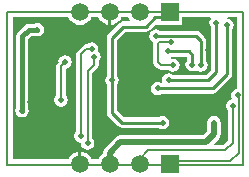
<source format=gbl>
%FSLAX25Y25*%
%MOIN*%
G70*
G01*
G75*
G04 Layer_Physical_Order=2*
G04 Layer_Color=16711680*
%ADD10R,0.02756X0.03347*%
%ADD11R,0.03347X0.02756*%
%ADD12O,0.03543X0.01969*%
%ADD13O,0.03543X0.01969*%
%ADD14R,0.03543X0.01969*%
%ADD15R,0.02362X0.02362*%
%ADD16R,0.02200X0.01378*%
%ADD17O,0.01102X0.03937*%
%ADD18O,0.03937X0.01102*%
%ADD19R,0.05906X0.05906*%
%ADD20R,0.02362X0.02362*%
%ADD21O,0.02400X0.00800*%
%ADD22O,0.00800X0.02400*%
%ADD23O,0.02756X0.00787*%
%ADD24O,0.00787X0.02756*%
%ADD25C,0.00600*%
%ADD26C,0.01000*%
%ADD27C,0.02000*%
%ADD28C,0.00800*%
%ADD29C,0.01500*%
%ADD30C,0.00500*%
%ADD31C,0.05906*%
%ADD32C,0.02000*%
G36*
X76722Y-25612D02*
X76142Y-25728D01*
X75414Y-26214D01*
X74928Y-26942D01*
X74757Y-27800D01*
X74928Y-28658D01*
X75027Y-28807D01*
X74836Y-29269D01*
X74542Y-29328D01*
X73814Y-29814D01*
X73328Y-30542D01*
X73157Y-31400D01*
X73328Y-32258D01*
X73769Y-32918D01*
Y-40200D01*
X73769Y-40200D01*
X73769D01*
Y-42924D01*
X72224Y-44469D01*
X69157D01*
X68966Y-44007D01*
X70686Y-42286D01*
X71172Y-41558D01*
X71343Y-40700D01*
X71343Y-40700D01*
X71343Y-40700D01*
Y-40700D01*
Y-36906D01*
X71172Y-36047D01*
X70686Y-35319D01*
X69958Y-34833D01*
X69100Y-34662D01*
X68242Y-34833D01*
X67514Y-35319D01*
X67028Y-36047D01*
X66857Y-36906D01*
Y-39771D01*
X65471Y-41157D01*
X37900D01*
X37042Y-41328D01*
X36314Y-41814D01*
X32784Y-45344D01*
X32298Y-46071D01*
X32127Y-46930D01*
Y-47168D01*
X31408Y-47719D01*
X30743Y-48587D01*
X30521Y-49122D01*
X28219D01*
X27997Y-48587D01*
X27332Y-47719D01*
X26464Y-47054D01*
X25454Y-46635D01*
X24870Y-46558D01*
Y-49121D01*
X23870D01*
Y-46558D01*
X23286Y-46635D01*
X22276Y-47054D01*
X21408Y-47719D01*
X20743Y-48587D01*
X20521Y-49122D01*
X2078D01*
Y-1878D01*
X20570D01*
X20743Y-2294D01*
X21408Y-3162D01*
X22276Y-3827D01*
X23286Y-4246D01*
X24370Y-4389D01*
X25454Y-4246D01*
X26464Y-3827D01*
X27332Y-3162D01*
X27997Y-2294D01*
X28170Y-1878D01*
X30570D01*
X30743Y-2294D01*
X31408Y-3162D01*
X32276Y-3827D01*
X33286Y-4246D01*
X33870Y-4323D01*
Y-1879D01*
X34870D01*
Y-4323D01*
X35454Y-4246D01*
X36464Y-3827D01*
X37332Y-3162D01*
X37997Y-2294D01*
X38170Y-1878D01*
X40570D01*
X40743Y-2294D01*
X41068Y-2718D01*
X40847Y-3167D01*
X38900D01*
X38237Y-3299D01*
X37674Y-3674D01*
X33861Y-7488D01*
X33485Y-8050D01*
X33353Y-8713D01*
Y-21421D01*
X33014Y-21928D01*
X32844Y-22787D01*
X33014Y-23645D01*
X33353Y-24152D01*
Y-33587D01*
X33485Y-34250D01*
X33861Y-34812D01*
X37174Y-38126D01*
X37174Y-38126D01*
X37174D01*
X37174Y-38126D01*
X37174D01*
X37174Y-38126D01*
Y-38126D01*
Y-38126D01*
D01*
D01*
X37174D01*
Y-38126D01*
X37737Y-38501D01*
X38400Y-38633D01*
X50634D01*
X51142Y-38972D01*
X52000Y-39143D01*
X52858Y-38972D01*
X53586Y-38486D01*
X54072Y-37758D01*
X54243Y-36900D01*
X54072Y-36042D01*
X53586Y-35314D01*
X52858Y-34828D01*
X52000Y-34657D01*
X51142Y-34828D01*
X50634Y-35167D01*
X39118D01*
X36820Y-32869D01*
Y-24152D01*
X37159Y-23645D01*
X37330Y-22787D01*
X37159Y-21928D01*
X36820Y-21421D01*
Y-9431D01*
X39618Y-6633D01*
X46500D01*
X47163Y-6501D01*
X47726Y-6126D01*
X47726Y-6126D01*
X47726Y-6126D01*
X49755Y-4096D01*
X50217Y-4287D01*
Y-4353D01*
X58523D01*
Y-1878D01*
X67774D01*
X68010Y-2319D01*
X67728Y-2742D01*
X67557Y-3600D01*
X67728Y-4458D01*
X68067Y-4966D01*
Y-19282D01*
X66382Y-20967D01*
X55366D01*
X54858Y-20628D01*
X54000Y-20457D01*
X53142Y-20628D01*
X52414Y-21114D01*
X51928Y-21842D01*
X51757Y-22700D01*
X51887Y-23355D01*
X51471Y-23632D01*
X51145Y-23414D01*
X50287Y-23244D01*
X49428Y-23414D01*
X48700Y-23900D01*
X48214Y-24628D01*
X48044Y-25487D01*
X48214Y-26345D01*
X48700Y-27073D01*
X49428Y-27559D01*
X50287Y-27730D01*
X51145Y-27559D01*
X51652Y-27220D01*
X68613D01*
X69277Y-27088D01*
X69839Y-26712D01*
X69839Y-26712D01*
X69839Y-26712D01*
X74726Y-21826D01*
X74726Y-21826D01*
X74726Y-21826D01*
X75101Y-21263D01*
X75233Y-20600D01*
Y-5866D01*
X75572Y-5358D01*
X75743Y-4500D01*
X75572Y-3642D01*
X75086Y-2914D01*
X74358Y-2428D01*
X73500Y-2257D01*
Y-2232D01*
X73854Y-1878D01*
X76722D01*
Y-25612D01*
D02*
G37*
%LPC*%
G36*
X19500Y-14457D02*
X18642Y-14628D01*
X17914Y-15114D01*
X17428Y-15842D01*
X17257Y-16700D01*
X17270Y-16767D01*
X17019Y-17019D01*
X16687Y-17515D01*
X16571Y-18100D01*
Y-27776D01*
X16514Y-27814D01*
X16028Y-28542D01*
X15857Y-29400D01*
X16028Y-30258D01*
X16514Y-30986D01*
X17242Y-31472D01*
X18100Y-31643D01*
X18958Y-31472D01*
X19686Y-30986D01*
X20172Y-30258D01*
X20343Y-29400D01*
X20172Y-28542D01*
X19686Y-27814D01*
X19629Y-27776D01*
Y-18917D01*
X20358Y-18772D01*
X21086Y-18286D01*
X21572Y-17558D01*
X21743Y-16700D01*
X21572Y-15842D01*
X21086Y-15114D01*
X20358Y-14628D01*
X19500Y-14457D01*
D02*
G37*
G36*
X28300Y-10057D02*
X27442Y-10228D01*
X26714Y-10714D01*
X26676Y-10771D01*
X26464D01*
X25879Y-10887D01*
X25382Y-11219D01*
X23619Y-12982D01*
X23287Y-13478D01*
X23171Y-14064D01*
Y-39776D01*
X23114Y-39814D01*
X22628Y-40542D01*
X22457Y-41400D01*
X22628Y-42258D01*
X23114Y-42986D01*
X23842Y-43472D01*
X24700Y-43643D01*
X24757Y-43700D01*
X24928Y-44558D01*
X25414Y-45286D01*
X26142Y-45772D01*
X27000Y-45943D01*
X27858Y-45772D01*
X28586Y-45286D01*
X29072Y-44558D01*
X29243Y-43700D01*
X29072Y-42842D01*
X28586Y-42114D01*
X28529Y-42076D01*
Y-20434D01*
X30181Y-18781D01*
X30513Y-18285D01*
X30629Y-17700D01*
Y-16624D01*
X30686Y-16586D01*
X31172Y-15858D01*
X31343Y-15000D01*
X31172Y-14142D01*
X30686Y-13414D01*
X30351Y-13190D01*
X30372Y-13158D01*
X30543Y-12300D01*
X30372Y-11442D01*
X29886Y-10714D01*
X29158Y-10228D01*
X28300Y-10057D01*
D02*
G37*
G36*
X49800Y-5857D02*
X48942Y-6028D01*
X48214Y-6514D01*
X47728Y-7242D01*
X47557Y-8100D01*
X47728Y-8958D01*
X48214Y-9686D01*
X48791Y-10072D01*
X48779Y-10089D01*
X48655Y-10713D01*
Y-16587D01*
X48655Y-16587D01*
X48655D01*
X48779Y-17211D01*
X49133Y-17740D01*
X50215Y-18822D01*
X50744Y-19176D01*
X51368Y-19300D01*
X53756D01*
X53814Y-19386D01*
X54542Y-19872D01*
X55400Y-20043D01*
X56258Y-19872D01*
X56986Y-19386D01*
X57472Y-18658D01*
X57643Y-17800D01*
X57472Y-16942D01*
X56986Y-16214D01*
X56258Y-15728D01*
X55400Y-15557D01*
X54852Y-15666D01*
X54838Y-15631D01*
X54838D01*
X54661Y-15204D01*
X55066Y-14933D01*
X59982D01*
X60067Y-15018D01*
Y-16234D01*
X59728Y-16742D01*
X59557Y-17600D01*
X59728Y-18458D01*
X60214Y-19186D01*
X60942Y-19672D01*
X61800Y-19843D01*
X62658Y-19672D01*
X63105Y-19374D01*
X63114Y-19386D01*
X63842Y-19872D01*
X64700Y-20043D01*
X65558Y-19872D01*
X66286Y-19386D01*
X66772Y-18658D01*
X66943Y-17800D01*
X66772Y-16942D01*
X66433Y-16434D01*
Y-9700D01*
X66301Y-9037D01*
X65926Y-8474D01*
X64326Y-6874D01*
X63763Y-6499D01*
X63100Y-6367D01*
X51166D01*
X50658Y-6028D01*
X49800Y-5857D01*
D02*
G37*
G36*
X10200Y-3657D02*
X9342Y-3828D01*
X9216Y-3912D01*
X7400D01*
X6639Y-4063D01*
X5994Y-4494D01*
X3718Y-6770D01*
X3288Y-7415D01*
X3136Y-8176D01*
Y-31977D01*
X3052Y-32103D01*
X2881Y-32961D01*
X3052Y-33820D01*
X3538Y-34547D01*
X4266Y-35034D01*
X5124Y-35204D01*
X5983Y-35034D01*
X6711Y-34547D01*
X7197Y-33820D01*
X7367Y-32961D01*
X7197Y-32103D01*
X7113Y-31977D01*
Y-8999D01*
X8224Y-7888D01*
X9216D01*
X9342Y-7972D01*
X10200Y-8143D01*
X11058Y-7972D01*
X11786Y-7486D01*
X12272Y-6758D01*
X12443Y-5900D01*
X12272Y-5042D01*
X11786Y-4314D01*
X11058Y-3828D01*
X10200Y-3657D01*
D02*
G37*
%LPD*%
D19*
X54370Y-200D02*
D03*
Y-50681D02*
D03*
D25*
X27000Y-19800D02*
X29100Y-17700D01*
Y-15000D01*
X27000Y-43700D02*
Y-19800D01*
X18100Y-18100D02*
X19500Y-16700D01*
X18100Y-29400D02*
Y-18100D01*
X26464Y-12300D02*
X28300D01*
X24700Y-14064D02*
X26464Y-12300D01*
X24700Y-41400D02*
Y-14064D01*
D26*
X49549Y-1851D02*
X52719D01*
X46500Y-4900D02*
X49549Y-1851D01*
X52719D02*
X54370Y-200D01*
X64700Y-17800D02*
Y-9700D01*
X63100Y-8100D02*
X64700Y-9700D01*
X38900Y-4900D02*
X46500D01*
X35087Y-22787D02*
Y-8713D01*
X38900Y-4900D01*
X35087Y-33587D02*
Y-22787D01*
X38400Y-36900D02*
X51900D01*
X35087Y-33587D02*
X38400Y-36900D01*
X49800Y-8100D02*
X63100D01*
X61800Y-17600D02*
Y-14300D01*
X60700Y-13200D02*
X61800Y-14300D01*
X53700Y-13200D02*
X60700D01*
X73500Y-20600D02*
Y-4500D01*
X68613Y-25487D02*
X73500Y-20600D01*
X50287Y-25487D02*
X68613D01*
X69800Y-20000D02*
Y-3600D01*
X67100Y-22700D02*
X69800Y-20000D01*
X54000Y-22700D02*
X67100D01*
D27*
X37900Y-43400D02*
X66400D01*
X34370Y-46930D02*
X37900Y-43400D01*
X66400D02*
X69100Y-40700D01*
Y-36906D01*
X34370Y-50681D02*
Y-46930D01*
D28*
X75400Y-40200D02*
Y-31400D01*
Y-43600D02*
Y-40200D01*
X44370Y-48930D02*
X47200Y-46100D01*
X72900D02*
X75400Y-43600D01*
X47200Y-46100D02*
X72900D01*
X44370Y-50681D02*
Y-48930D01*
X77300Y-47000D02*
Y-41300D01*
Y-28100D01*
X74500Y-49800D02*
X77300Y-47000D01*
X55251Y-49800D02*
X74500D01*
X54370Y-50681D02*
X55251Y-49800D01*
X50900Y-10100D02*
X54600D01*
X50287Y-10713D02*
X50900Y-10100D01*
X50287Y-16587D02*
Y-10713D01*
Y-16587D02*
X51368Y-17669D01*
X55269D01*
X55400Y-17800D01*
D29*
X7400Y-5900D02*
X10200D01*
X5124Y-8176D02*
X7400Y-5900D01*
X5124Y-32961D02*
Y-8176D01*
D30*
X0Y-51181D02*
Y0D01*
Y-51181D02*
X78740D01*
Y0D01*
X0D02*
X78740D01*
D31*
X24370Y-200D02*
D03*
X34370D02*
D03*
X44370D02*
D03*
X24370Y-50681D02*
D03*
X34370D02*
D03*
X44370D02*
D03*
D32*
X29500Y-39500D02*
D03*
X72000Y-42500D02*
D03*
X52700Y-32500D02*
D03*
X17000Y-3200D02*
D03*
X12700Y-3100D02*
D03*
X3700Y-2900D02*
D03*
X7900Y-30000D02*
D03*
X4200Y-37000D02*
D03*
X9900Y-48000D02*
D03*
X32100Y-24600D02*
D03*
X21600Y-20700D02*
D03*
X18100Y-29400D02*
D03*
X43200Y-15700D02*
D03*
X20700Y-6400D02*
D03*
X15400Y-6600D02*
D03*
X15600Y-47100D02*
D03*
X3900Y-44900D02*
D03*
X4000Y-40800D02*
D03*
X57900Y-32900D02*
D03*
X30200Y-32200D02*
D03*
X67200Y-12700D02*
D03*
X69100Y-36906D02*
D03*
X49800Y-8100D02*
D03*
X75400Y-31400D02*
D03*
X77000Y-27800D02*
D03*
X54600Y-10100D02*
D03*
X55400Y-17800D02*
D03*
X64700D02*
D03*
X73500Y-4500D02*
D03*
X50287Y-25487D02*
D03*
X69800Y-3600D02*
D03*
X54000Y-22700D02*
D03*
X61800Y-17600D02*
D03*
X53700Y-13200D02*
D03*
X52000Y-36900D02*
D03*
X35087Y-22787D02*
D03*
X10200Y-5900D02*
D03*
X5124Y-32961D02*
D03*
X19500Y-16700D02*
D03*
X28300Y-12300D02*
D03*
X24700Y-41400D02*
D03*
X29100Y-15000D02*
D03*
X27000Y-43700D02*
D03*
M02*

</source>
